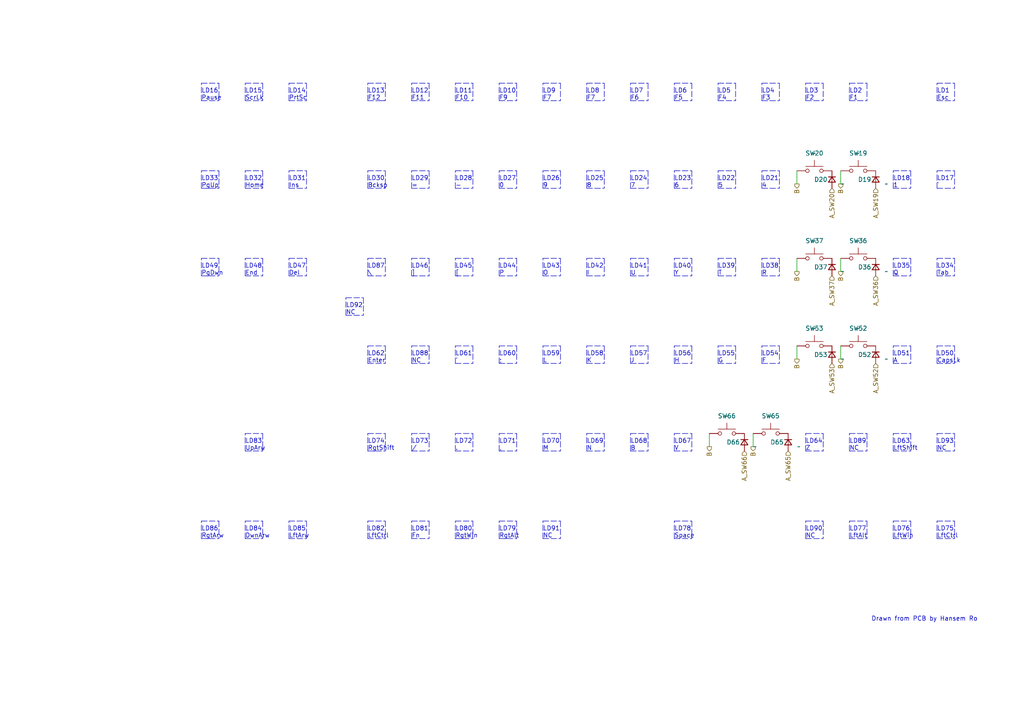
<source format=kicad_sch>
(kicad_sch (version 20211123) (generator eeschema)
  (paper "A4")
  (lib_symbols
    (symbol "Device:D_Small" (pin_numbers hide) (pin_names (offset 0.254) hide)
      (property "Reference" "D" (at -1.27 2.032 0))
      (property "Value" "D_Small" (at -3.81 -2.032 0))
      (symbol "D_Small_0_1"
        (polyline (pts (xy -0.762 -1.016) (xy -0.762 1.016)) (stroke (width 0.254)))
        (polyline (pts (xy -0.762 0) (xy 0.762 0)))
        (polyline (pts (xy 0.762 -1.016) (xy -0.762 0) (xy 0.762 1.016) (xy 0.762 -1.016)) (stroke (width 0.254)))
      )
      (symbol "D_Small_1_1"
        (pin passive line (at -2.54 0 0) (length 1.778) (name "K") (number "1"))
        (pin passive line (at 2.54 0 180) (length 1.778) (name "A") (number "2"))
      )
    )
    (symbol "Switch:SW_Push" (pin_numbers hide) (pin_names (offset 1.016) hide)
      (property "Reference" "SW" (at 1.27 2.54 0))
      (property "Value" "SW_Push" (at 0 -1.524 0))
      (symbol "SW_Push_0_1"
        (circle (center -2.032 0) (radius 0.508))
        (polyline (pts (xy 0 1.27) (xy 0 3.048)))
        (polyline (pts (xy 2.54 1.27) (xy -2.54 1.27)))
        (circle (center 2.032 0) (radius 0.508))
        (pin passive line (at -5.08 0 0) (length 2.54) (name "1") (number "1"))
        (pin passive line (at 5.08 0 180) (length 2.54) (name "2") (number "2"))
      )
    )
  )
  (polyline (pts (xy 119.38 156.21) (xy 124.46 156.21)))
  (polyline (pts (xy 276.86 151.13) (xy 276.86 156.21)))
  (polyline (pts (xy 271.78 151.13) (xy 276.86 151.13)))
  (polyline (pts (xy 259.08 49.53) (xy 264.16 49.53)))
  (polyline (pts (xy 220.98 24.13) (xy 226.06 24.13)))
  (polyline (pts (xy 226.06 49.53) (xy 226.06 54.61)))
  (polyline (pts (xy 187.96 100.33) (xy 187.96 105.41)))
  (polyline (pts (xy 271.78 80.01) (xy 276.86 80.01)))
  (polyline (pts (xy 157.48 151.13) (xy 162.56 151.13)))
  (polyline (pts (xy 83.82 54.61) (xy 83.82 49.53)))
  (polyline (pts (xy 170.18 130.81) (xy 175.26 130.81)))
  (polyline (pts (xy 175.26 49.53) (xy 175.26 54.61)))
  (polyline (pts (xy 259.08 105.41) (xy 264.16 105.41)))
  (polyline (pts (xy 264.16 151.13) (xy 264.16 156.21)))
  (polyline (pts (xy 106.68 125.73) (xy 111.76 125.73)))
  (polyline (pts (xy 119.38 80.01) (xy 124.46 80.01)))
  (polyline (pts (xy 259.08 80.01) (xy 264.16 80.01)))
  (polyline (pts (xy 271.78 80.01) (xy 271.78 74.93)))
  (polyline (pts (xy 106.68 105.41) (xy 111.76 105.41)))
  (wire (pts (xy 243.84 100.33) (xy 243.84 104.14)))
  (polyline (pts (xy 132.08 100.33) (xy 137.16 100.33)))
  (polyline (pts (xy 157.48 54.61) (xy 157.48 49.53)))
  (polyline (pts (xy 195.58 125.73) (xy 200.66 125.73)))
  (polyline (pts (xy 200.66 49.53) (xy 200.66 54.61)))
  (polyline (pts (xy 137.16 24.13) (xy 137.16 29.21)))
  (polyline (pts (xy 195.58 80.01) (xy 195.58 74.93)))
  (polyline (pts (xy 195.58 105.41) (xy 200.66 105.41)))
  (polyline (pts (xy 119.38 151.13) (xy 124.46 151.13)))
  (polyline (pts (xy 208.28 105.41) (xy 213.36 105.41)))
  (polyline (pts (xy 170.18 29.21) (xy 170.18 24.13)))
  (polyline (pts (xy 157.48 24.13) (xy 162.56 24.13)))
  (polyline (pts (xy 132.08 24.13) (xy 137.16 24.13)))
  (polyline (pts (xy 220.98 49.53) (xy 226.06 49.53)))
  (polyline (pts (xy 144.78 130.81) (xy 149.86 130.81)))
  (polyline (pts (xy 195.58 54.61) (xy 195.58 49.53)))
  (polyline (pts (xy 170.18 29.21) (xy 175.26 29.21)))
  (polyline (pts (xy 195.58 130.81) (xy 195.58 125.73)))
  (polyline (pts (xy 132.08 105.41) (xy 137.16 105.41)))
  (polyline (pts (xy 182.88 54.61) (xy 182.88 49.53)))
  (polyline (pts (xy 170.18 105.41) (xy 175.26 105.41)))
  (polyline (pts (xy 182.88 105.41) (xy 187.96 105.41)))
  (polyline (pts (xy 144.78 80.01) (xy 149.86 80.01)))
  (polyline (pts (xy 157.48 130.81) (xy 157.48 125.73)))
  (polyline (pts (xy 271.78 24.13) (xy 276.86 24.13)))
  (polyline (pts (xy 88.9 74.93) (xy 88.9 80.01)))
  (polyline (pts (xy 170.18 54.61) (xy 170.18 49.53)))
  (polyline (pts (xy 149.86 49.53) (xy 149.86 54.61)))
  (polyline (pts (xy 251.46 125.73) (xy 251.46 130.81)))
  (polyline (pts (xy 233.68 151.13) (xy 238.76 151.13)))
  (polyline (pts (xy 106.68 54.61) (xy 106.68 49.53)))
  (polyline (pts (xy 271.78 105.41) (xy 276.86 105.41)))
  (polyline (pts (xy 195.58 130.81) (xy 200.66 130.81)))
  (polyline (pts (xy 132.08 74.93) (xy 137.16 74.93)))
  (polyline (pts (xy 208.28 29.21) (xy 213.36 29.21)))
  (polyline (pts (xy 144.78 80.01) (xy 144.78 74.93)))
  (polyline (pts (xy 106.68 29.21) (xy 106.68 24.13)))
  (polyline (pts (xy 276.86 24.13) (xy 276.86 29.21)))
  (polyline (pts (xy 88.9 24.13) (xy 88.9 29.21)))
  (polyline (pts (xy 233.68 29.21) (xy 238.76 29.21)))
  (polyline (pts (xy 58.42 29.21) (xy 63.5 29.21)))
  (polyline (pts (xy 58.42 151.13) (xy 63.5 151.13)))
  (polyline (pts (xy 208.28 24.13) (xy 213.36 24.13)))
  (polyline (pts (xy 76.2 125.73) (xy 76.2 130.81)))
  (polyline (pts (xy 137.16 74.93) (xy 137.16 80.01)))
  (wire (pts (xy 205.74 125.73) (xy 205.74 129.54)))
  (polyline (pts (xy 71.12 54.61) (xy 76.2 54.61)))
  (polyline (pts (xy 213.36 49.53) (xy 213.36 54.61)))
  (polyline (pts (xy 259.08 130.81) (xy 259.08 125.73)))
  (polyline (pts (xy 220.98 105.41) (xy 220.98 100.33)))
  (polyline (pts (xy 124.46 125.73) (xy 124.46 130.81)))
  (polyline (pts (xy 106.68 80.01) (xy 106.68 74.93)))
  (polyline (pts (xy 124.46 74.93) (xy 124.46 80.01)))
  (polyline (pts (xy 105.41 86.36) (xy 105.41 91.44)))
  (polyline (pts (xy 259.08 156.21) (xy 259.08 151.13)))
  (polyline (pts (xy 200.66 125.73) (xy 200.66 130.81)))
  (wire (pts (xy 218.44 125.73) (xy 218.44 129.54)))
  (polyline (pts (xy 88.9 49.53) (xy 88.9 54.61)))
  (polyline (pts (xy 238.76 151.13) (xy 238.76 156.21)))
  (wire (pts (xy 231.14 74.93) (xy 231.14 78.74)))
  (polyline (pts (xy 157.48 105.41) (xy 162.56 105.41)))
  (polyline (pts (xy 246.38 29.21) (xy 251.46 29.21)))
  (polyline (pts (xy 220.98 105.41) (xy 226.06 105.41)))
  (wire (pts (xy 231.14 49.53) (xy 231.14 53.34)))
  (polyline (pts (xy 58.42 24.13) (xy 63.5 24.13)))
  (polyline (pts (xy 100.33 86.36) (xy 105.41 86.36)))
  (polyline (pts (xy 271.78 130.81) (xy 271.78 125.73)))
  (polyline (pts (xy 132.08 130.81) (xy 132.08 125.73)))
  (polyline (pts (xy 111.76 24.13) (xy 111.76 29.21)))
  (polyline (pts (xy 170.18 130.81) (xy 170.18 125.73)))
  (polyline (pts (xy 106.68 80.01) (xy 111.76 80.01)))
  (polyline (pts (xy 144.78 54.61) (xy 149.86 54.61)))
  (polyline (pts (xy 271.78 54.61) (xy 276.86 54.61)))
  (polyline (pts (xy 124.46 24.13) (xy 124.46 29.21)))
  (polyline (pts (xy 124.46 49.53) (xy 124.46 54.61)))
  (polyline (pts (xy 71.12 125.73) (xy 76.2 125.73)))
  (polyline (pts (xy 76.2 74.93) (xy 76.2 80.01)))
  (polyline (pts (xy 157.48 156.21) (xy 162.56 156.21)))
  (polyline (pts (xy 182.88 29.21) (xy 187.96 29.21)))
  (polyline (pts (xy 208.28 49.53) (xy 213.36 49.53)))
  (polyline (pts (xy 162.56 49.53) (xy 162.56 54.61)))
  (polyline (pts (xy 76.2 24.13) (xy 76.2 29.21)))
  (polyline (pts (xy 132.08 54.61) (xy 132.08 49.53)))
  (polyline (pts (xy 144.78 49.53) (xy 149.86 49.53)))
  (polyline (pts (xy 276.86 74.93) (xy 276.86 80.01)))
  (polyline (pts (xy 187.96 74.93) (xy 187.96 80.01)))
  (polyline (pts (xy 132.08 49.53) (xy 137.16 49.53)))
  (polyline (pts (xy 83.82 151.13) (xy 88.9 151.13)))
  (polyline (pts (xy 149.86 74.93) (xy 149.86 80.01)))
  (wire (pts (xy 243.84 74.93) (xy 243.84 78.74)))
  (polyline (pts (xy 200.66 74.93) (xy 200.66 80.01)))
  (polyline (pts (xy 71.12 130.81) (xy 76.2 130.81)))
  (polyline (pts (xy 119.38 100.33) (xy 124.46 100.33)))
  (polyline (pts (xy 111.76 29.21) (xy 110.49 29.21)))
  (polyline (pts (xy 71.12 49.53) (xy 76.2 49.53)))
  (polyline (pts (xy 58.42 74.93) (xy 63.5 74.93)))
  (polyline (pts (xy 71.12 156.21) (xy 76.2 156.21)))
  (polyline (pts (xy 195.58 156.21) (xy 195.58 151.13)))
  (polyline (pts (xy 208.28 74.93) (xy 213.36 74.93)))
  (polyline (pts (xy 246.38 156.21) (xy 246.38 151.13)))
  (polyline (pts (xy 170.18 100.33) (xy 175.26 100.33)))
  (polyline (pts (xy 157.48 29.21) (xy 157.48 24.13)))
  (polyline (pts (xy 182.88 74.93) (xy 187.96 74.93)))
  (polyline (pts (xy 83.82 156.21) (xy 88.9 156.21)))
  (polyline (pts (xy 233.68 125.73) (xy 238.76 125.73)))
  (polyline (pts (xy 195.58 74.93) (xy 200.66 74.93)))
  (polyline (pts (xy 106.68 105.41) (xy 106.68 100.33)))
  (polyline (pts (xy 220.98 80.01) (xy 220.98 74.93)))
  (polyline (pts (xy 132.08 29.21) (xy 132.08 24.13)))
  (polyline (pts (xy 111.76 74.93) (xy 111.76 80.01)))
  (polyline (pts (xy 271.78 74.93) (xy 276.86 74.93)))
  (polyline (pts (xy 132.08 130.81) (xy 137.16 130.81)))
  (polyline (pts (xy 195.58 49.53) (xy 200.66 49.53)))
  (polyline (pts (xy 175.26 74.93) (xy 175.26 80.01)))
  (polyline (pts (xy 170.18 80.01) (xy 175.26 80.01)))
  (polyline (pts (xy 71.12 29.21) (xy 71.12 24.13)))
  (polyline (pts (xy 246.38 125.73) (xy 251.46 125.73)))
  (polyline (pts (xy 58.42 29.21) (xy 58.42 24.13)))
  (polyline (pts (xy 106.68 151.13) (xy 111.76 151.13)))
  (polyline (pts (xy 106.68 156.21) (xy 111.76 156.21)))
  (polyline (pts (xy 137.16 151.13) (xy 137.16 156.21)))
  (polyline (pts (xy 157.48 80.01) (xy 162.56 80.01)))
  (polyline (pts (xy 271.78 100.33) (xy 276.86 100.33)))
  (polyline (pts (xy 71.12 54.61) (xy 71.12 49.53)))
  (polyline (pts (xy 208.28 80.01) (xy 208.28 74.93)))
  (polyline (pts (xy 119.38 105.41) (xy 119.38 100.33)))
  (polyline (pts (xy 226.06 100.33) (xy 226.06 105.41)))
  (polyline (pts (xy 83.82 74.93) (xy 88.9 74.93)))
  (polyline (pts (xy 157.48 29.21) (xy 162.56 29.21)))
  (polyline (pts (xy 182.88 130.81) (xy 187.96 130.81)))
  (polyline (pts (xy 238.76 125.73) (xy 238.76 130.81)))
  (polyline (pts (xy 170.18 24.13) (xy 175.26 24.13)))
  (polyline (pts (xy 170.18 54.61) (xy 175.26 54.61)))
  (polyline (pts (xy 200.66 151.13) (xy 200.66 156.21)))
  (polyline (pts (xy 157.48 125.73) (xy 162.56 125.73)))
  (polyline (pts (xy 144.78 29.21) (xy 149.86 29.21)))
  (polyline (pts (xy 271.78 54.61) (xy 271.78 49.53)))
  (polyline (pts (xy 88.9 151.13) (xy 88.9 156.21)))
  (polyline (pts (xy 83.82 54.61) (xy 88.9 54.61)))
  (polyline (pts (xy 170.18 125.73) (xy 175.26 125.73)))
  (polyline (pts (xy 271.78 156.21) (xy 271.78 151.13)))
  (polyline (pts (xy 58.42 49.53) (xy 63.5 49.53)))
  (polyline (pts (xy 271.78 29.21) (xy 276.86 29.21)))
  (polyline (pts (xy 106.68 130.81) (xy 111.76 130.81)))
  (polyline (pts (xy 63.5 151.13) (xy 63.5 156.21)))
  (polyline (pts (xy 246.38 130.81) (xy 246.38 125.73)))
  (polyline (pts (xy 71.12 29.21) (xy 76.2 29.21)))
  (polyline (pts (xy 246.38 130.81) (xy 251.46 130.81)))
  (polyline (pts (xy 200.66 100.33) (xy 200.66 105.41)))
  (polyline (pts (xy 187.96 125.73) (xy 187.96 130.81)))
  (polyline (pts (xy 271.78 130.81) (xy 276.86 130.81)))
  (polyline (pts (xy 233.68 156.21) (xy 233.68 151.13)))
  (polyline (pts (xy 220.98 54.61) (xy 220.98 49.53)))
  (polyline (pts (xy 162.56 151.13) (xy 162.56 156.21)))
  (polyline (pts (xy 63.5 74.93) (xy 63.5 80.01)))
  (polyline (pts (xy 182.88 125.73) (xy 187.96 125.73)))
  (polyline (pts (xy 271.78 29.21) (xy 271.78 24.13)))
  (polyline (pts (xy 132.08 151.13) (xy 137.16 151.13)))
  (polyline (pts (xy 149.86 24.13) (xy 149.86 29.21)))
  (polyline (pts (xy 124.46 151.13) (xy 124.46 156.21)))
  (polyline (pts (xy 58.42 80.01) (xy 58.42 74.93)))
  (polyline (pts (xy 182.88 49.53) (xy 187.96 49.53)))
  (polyline (pts (xy 187.96 24.13) (xy 187.96 29.21)))
  (polyline (pts (xy 200.66 24.13) (xy 200.66 29.21)))
  (polyline (pts (xy 58.42 54.61) (xy 58.42 49.53)))
  (polyline (pts (xy 157.48 49.53) (xy 162.56 49.53)))
  (polyline (pts (xy 195.58 156.21) (xy 200.66 156.21)))
  (polyline (pts (xy 220.98 74.93) (xy 226.06 74.93)))
  (polyline (pts (xy 83.82 80.01) (xy 88.9 80.01)))
  (polyline (pts (xy 195.58 54.61) (xy 200.66 54.61)))
  (polyline (pts (xy 137.16 100.33) (xy 137.16 105.41)))
  (polyline (pts (xy 106.68 156.21) (xy 106.68 151.13)))
  (polyline (pts (xy 58.42 156.21) (xy 63.5 156.21)))
  (polyline (pts (xy 259.08 125.73) (xy 264.16 125.73)))
  (polyline (pts (xy 132.08 80.01) (xy 137.16 80.01)))
  (polyline (pts (xy 182.88 54.61) (xy 187.96 54.61)))
  (polyline (pts (xy 71.12 24.13) (xy 76.2 24.13)))
  (polyline (pts (xy 157.48 54.61) (xy 162.56 54.61)))
  (polyline (pts (xy 162.56 74.93) (xy 162.56 80.01)))
  (polyline (pts (xy 124.46 100.33) (xy 124.46 105.41)))
  (polyline (pts (xy 63.5 24.13) (xy 63.5 29.21)))
  (polyline (pts (xy 220.98 29.21) (xy 220.98 24.13)))
  (polyline (pts (xy 182.88 80.01) (xy 187.96 80.01)))
  (polyline (pts (xy 157.48 100.33) (xy 162.56 100.33)))
  (polyline (pts (xy 182.88 100.33) (xy 187.96 100.33)))
  (polyline (pts (xy 195.58 100.33) (xy 200.66 100.33)))
  (polyline (pts (xy 182.88 24.13) (xy 187.96 24.13)))
  (polyline (pts (xy 162.56 125.73) (xy 162.56 130.81)))
  (polyline (pts (xy 264.16 100.33) (xy 264.16 105.41)))
  (polyline (pts (xy 106.68 74.93) (xy 111.76 74.93)))
  (polyline (pts (xy 144.78 156.21) (xy 144.78 151.13)))
  (polyline (pts (xy 233.68 29.21) (xy 233.68 24.13)))
  (polyline (pts (xy 71.12 80.01) (xy 71.12 74.93)))
  (polyline (pts (xy 106.68 49.53) (xy 111.76 49.53)))
  (polyline (pts (xy 271.78 105.41) (xy 271.78 100.33)))
  (polyline (pts (xy 264.16 74.93) (xy 264.16 80.01)))
  (polyline (pts (xy 106.68 29.21) (xy 111.76 29.21)))
  (polyline (pts (xy 144.78 130.81) (xy 144.78 125.73)))
  (polyline (pts (xy 106.68 54.61) (xy 111.76 54.61)))
  (polyline (pts (xy 76.2 49.53) (xy 76.2 54.61)))
  (polyline (pts (xy 233.68 130.81) (xy 233.68 125.73)))
  (polyline (pts (xy 132.08 156.21) (xy 132.08 151.13)))
  (polyline (pts (xy 238.76 24.13) (xy 238.76 29.21)))
  (polyline (pts (xy 58.42 54.61) (xy 63.5 54.61)))
  (polyline (pts (xy 144.78 156.21) (xy 149.86 156.21)))
  (polyline (pts (xy 119.38 24.13) (xy 124.46 24.13)))
  (polyline (pts (xy 259.08 130.81) (xy 264.16 130.81)))
  (polyline (pts (xy 195.58 24.13) (xy 200.66 24.13)))
  (polyline (pts (xy 271.78 156.21) (xy 276.86 156.21)))
  (polyline (pts (xy 144.78 24.13) (xy 149.86 24.13)))
  (polyline (pts (xy 259.08 151.13) (xy 264.16 151.13)))
  (polyline (pts (xy 220.98 80.01) (xy 226.06 80.01)))
  (polyline (pts (xy 76.2 151.13) (xy 76.2 156.21)))
  (polyline (pts (xy 259.08 54.61) (xy 264.16 54.61)))
  (polyline (pts (xy 182.88 29.21) (xy 182.88 24.13)))
  (wire (pts (xy 231.14 100.33) (xy 231.14 104.14)))
  (polyline (pts (xy 144.78 54.61) (xy 144.78 49.53)))
  (polyline (pts (xy 220.98 100.33) (xy 226.06 100.33)))
  (polyline (pts (xy 157.48 74.93) (xy 162.56 74.93)))
  (polyline (pts (xy 195.58 80.01) (xy 200.66 80.01)))
  (polyline (pts (xy 119.38 29.21) (xy 119.38 24.13)))
  (polyline (pts (xy 119.38 54.61) (xy 124.46 54.61)))
  (polyline (pts (xy 137.16 125.73) (xy 137.16 130.81)))
  (polyline (pts (xy 246.38 156.21) (xy 251.46 156.21)))
  (polyline (pts (xy 119.38 54.61) (xy 119.38 49.53)))
  (polyline (pts (xy 83.82 156.21) (xy 83.82 151.13)))
  (polyline (pts (xy 195.58 29.21) (xy 200.66 29.21)))
  (polyline (pts (xy 111.76 100.33) (xy 111.76 105.41)))
  (polyline (pts (xy 157.48 80.01) (xy 157.48 74.93)))
  (polyline (pts (xy 83.82 49.53) (xy 88.9 49.53)))
  (polyline (pts (xy 233.68 24.13) (xy 238.76 24.13)))
  (polyline (pts (xy 111.76 49.53) (xy 111.76 54.61)))
  (polyline (pts (xy 246.38 151.13) (xy 251.46 151.13)))
  (polyline (pts (xy 259.08 80.01) (xy 259.08 74.93)))
  (polyline (pts (xy 58.42 80.01) (xy 63.5 80.01)))
  (polyline (pts (xy 132.08 156.21) (xy 137.16 156.21)))
  (polyline (pts (xy 162.56 100.33) (xy 162.56 105.41)))
  (polyline (pts (xy 144.78 100.33) (xy 149.86 100.33)))
  (polyline (pts (xy 213.36 24.13) (xy 213.36 29.21)))
  (polyline (pts (xy 175.26 100.33) (xy 175.26 105.41)))
  (polyline (pts (xy 144.78 105.41) (xy 149.86 105.41)))
  (polyline (pts (xy 119.38 74.93) (xy 124.46 74.93)))
  (polyline (pts (xy 144.78 125.73) (xy 149.86 125.73)))
  (polyline (pts (xy 182.88 80.01) (xy 182.88 74.93)))
  (polyline (pts (xy 246.38 24.13) (xy 251.46 24.13)))
  (polyline (pts (xy 276.86 100.33) (xy 276.86 105.41)))
  (polyline (pts (xy 213.36 100.33) (xy 213.36 105.41)))
  (polyline (pts (xy 149.86 151.13) (xy 149.86 156.21)))
  (polyline (pts (xy 170.18 80.01) (xy 170.18 74.93)))
  (polyline (pts (xy 119.38 156.21) (xy 119.38 151.13)))
  (polyline (pts (xy 271.78 125.73) (xy 276.86 125.73)))
  (polyline (pts (xy 208.28 54.61) (xy 213.36 54.61)))
  (polyline (pts (xy 83.82 29.21) (xy 83.82 24.13)))
  (polyline (pts (xy 157.48 130.81) (xy 162.56 130.81)))
  (polyline (pts (xy 195.58 151.13) (xy 200.66 151.13)))
  (polyline (pts (xy 175.26 125.73) (xy 175.26 130.81)))
  (polyline (pts (xy 71.12 151.13) (xy 76.2 151.13)))
  (polyline (pts (xy 182.88 130.81) (xy 182.88 125.73)))
  (polyline (pts (xy 220.98 29.21) (xy 226.06 29.21)))
  (polyline (pts (xy 132.08 54.61) (xy 137.16 54.61)))
  (polyline (pts (xy 170.18 74.93) (xy 175.26 74.93)))
  (polyline (pts (xy 144.78 105.41) (xy 144.78 100.33)))
  (polyline (pts (xy 119.38 29.21) (xy 124.46 29.21)))
  (polyline (pts (xy 132.08 125.73) (xy 137.16 125.73)))
  (polyline (pts (xy 259.08 100.33) (xy 264.16 100.33)))
  (polyline (pts (xy 106.68 100.33) (xy 111.76 100.33)))
  (polyline (pts (xy 144.78 151.13) (xy 149.86 151.13)))
  (polyline (pts (xy 119.38 130.81) (xy 124.46 130.81)))
  (polyline (pts (xy 119.38 125.73) (xy 124.46 125.73)))
  (polyline (pts (xy 111.76 151.13) (xy 111.76 156.21)))
  (polyline (pts (xy 233.68 130.81) (xy 238.76 130.81)))
  (polyline (pts (xy 208.28 29.21) (xy 208.28 24.13)))
  (polyline (pts (xy 259.08 54.61) (xy 259.08 49.53)))
  (polyline (pts (xy 157.48 156.21) (xy 157.48 151.13)))
  (polyline (pts (xy 251.46 24.13) (xy 251.46 29.21)))
  (polyline (pts (xy 187.96 49.53) (xy 187.96 54.61)))
  (polyline (pts (xy 246.38 29.21) (xy 246.38 24.13)))
  (polyline (pts (xy 132.08 105.41) (xy 132.08 100.33)))
  (polyline (pts (xy 119.38 49.53) (xy 124.46 49.53)))
  (polyline (pts (xy 71.12 156.21) (xy 71.12 151.13)))
  (polyline (pts (xy 226.06 24.13) (xy 226.06 29.21)))
  (polyline (pts (xy 259.08 156.21) (xy 264.16 156.21)))
  (polyline (pts (xy 119.38 105.41) (xy 124.46 105.41)))
  (polyline (pts (xy 264.16 125.73) (xy 264.16 130.81)))
  (polyline (pts (xy 208.28 100.33) (xy 213.36 100.33)))
  (polyline (pts (xy 71.12 74.93) (xy 76.2 74.93)))
  (polyline (pts (xy 251.46 151.13) (xy 251.46 156.21)))
  (polyline (pts (xy 71.12 130.81) (xy 71.12 125.73)))
  (polyline (pts (xy 83.82 80.01) (xy 83.82 74.93)))
  (polyline (pts (xy 119.38 80.01) (xy 119.38 74.93)))
  (polyline (pts (xy 276.86 49.53) (xy 276.86 54.61)))
  (polyline (pts (xy 119.38 130.81) (xy 119.38 125.73)))
  (polyline (pts (xy 132.08 80.01) (xy 132.08 74.93)))
  (polyline (pts (xy 195.58 105.41) (xy 195.58 100.33)))
  (polyline (pts (xy 259.08 74.93) (xy 264.16 74.93)))
  (polyline (pts (xy 83.82 29.21) (xy 88.9 29.21)))
  (polyline (pts (xy 100.33 91.44) (xy 100.33 86.36)))
  (polyline (pts (xy 58.42 156.21) (xy 58.42 151.13)))
  (polyline (pts (xy 106.68 130.81) (xy 106.68 125.73)))
  (polyline (pts (xy 157.48 105.41) (xy 157.48 100.33)))
  (polyline (pts (xy 233.68 156.21) (xy 238.76 156.21)))
  (polyline (pts (xy 175.26 24.13) (xy 175.26 29.21)))
  (polyline (pts (xy 220.98 54.61) (xy 226.06 54.61)))
  (polyline (pts (xy 208.28 80.01) (xy 213.36 80.01)))
  (wire (pts (xy 243.84 49.53) (xy 243.84 53.34)))
  (polyline (pts (xy 195.58 29.21) (xy 195.58 24.13)))
  (polyline (pts (xy 149.86 125.73) (xy 149.86 130.81)))
  (polyline (pts (xy 208.28 54.61) (xy 208.28 49.53)))
  (polyline (pts (xy 271.78 49.53) (xy 276.86 49.53)))
  (polyline (pts (xy 83.82 24.13) (xy 88.9 24.13)))
  (polyline (pts (xy 149.86 100.33) (xy 149.86 105.41)))
  (polyline (pts (xy 170.18 105.41) (xy 170.18 100.33)))
  (polyline (pts (xy 63.5 49.53) (xy 63.5 54.61)))
  (polyline (pts (xy 226.06 74.93) (xy 226.06 80.01)))
  (polyline (pts (xy 100.33 91.44) (xy 105.41 91.44)))
  (polyline (pts (xy 111.76 125.73) (xy 111.76 130.81)))
  (polyline (pts (xy 162.56 24.13) (xy 162.56 29.21)))
  (polyline (pts (xy 137.16 49.53) (xy 137.16 54.61)))
  (polyline (pts (xy 144.78 29.21) (xy 144.78 24.13)))
  (polyline (pts (xy 259.08 105.41) (xy 259.08 100.33)))
  (polyline (pts (xy 106.68 24.13) (xy 111.76 24.13)))
  (polyline (pts (xy 170.18 49.53) (xy 175.26 49.53)))
  (polyline (pts (xy 182.88 105.41) (xy 182.88 100.33)))
  (polyline (pts (xy 276.86 125.73) (xy 276.86 130.81)))
  (polyline (pts (xy 132.08 29.21) (xy 137.16 29.21)))
  (polyline (pts (xy 264.16 49.53) (xy 264.16 54.61)))
  (polyline (pts (xy 144.78 74.93) (xy 149.86 74.93)))
  (polyline (pts (xy 213.36 74.93) (xy 213.36 80.01)))
  (polyline (pts (xy 71.12 80.01) (xy 76.2 80.01)))
  (polyline (pts (xy 208.28 105.41) (xy 208.28 100.33)))
  (text "LD31\nIns" (at 83.82 54.61 0) (effects (font (size 1.27 1.27)) (justify left bottom)))
  (text "LD13\nF12" (at 106.68 29.21 0) (effects (font (size 1.27 1.27)) (justify left bottom)))
  (text "LD67\nV" (at 195.58 130.81 0) (effects (font (size 1.27 1.27)) (justify left bottom)))
  (text "LD73\n/" (at 119.38 130.81 0) (effects (font (size 1.27 1.27)) (justify left bottom)))
  (text "LD55\nG" (at 208.28 105.41 0) (effects (font (size 1.27 1.27)) (justify left bottom)))
  (text "LD88\nNC" (at 119.38 105.41 0) (effects (font (size 1.27 1.27)) (justify left bottom)))
  (text "LD32\nHome" (at 71.12 54.61 0) (effects (font (size 1.27 1.27)) (justify left bottom)))
  (text "LD54\nF" (at 220.98 105.41 0) (effects (font (size 1.27 1.27)) (justify left bottom)))
  (text "LD10\nF9" (at 144.78 29.21 0) (effects (font (size 1.27 1.27)) (justify left bottom)))
  (text "LD64\nZ" (at 233.68 130.81 0) (effects (font (size 1.27 1.27)) (justify left bottom)))
  (text "LD87\n\\" (at 106.68 80.01 0) (effects (font (size 1.27 1.27)) (justify left bottom)))
  (text "LD27\n0" (at 144.78 54.61 0) (effects (font (size 1.27 1.27)) (justify left bottom)))
  (text "LD56\nH" (at 195.58 105.41 0) (effects (font (size 1.27 1.27)) (justify left bottom)))
  (text "LD11\nF10" (at 132.08 29.21 0) (effects (font (size 1.27 1.27)) (justify left bottom)))
  (text "LD58\nK" (at 170.18 105.41 0) (effects (font (size 1.27 1.27)) (justify left bottom)))
  (text "LD60\n;" (at 144.78 105.41 0) (effects (font (size 1.27 1.27)) (justify left bottom)))
  (text "LD79\nRgtAlt" (at 144.78 156.21 0) (effects (font (size 1.27 1.27)) (justify left bottom)))
  (text "LD30\nBcksp" (at 106.68 54.61 0) (effects (font (size 1.27 1.27)) (justify left bottom)))
  (text "LD24\n7" (at 182.88 54.61 0) (effects (font (size 1.27 1.27)) (justify left bottom)))
  (text "LD51\nA" (at 259.08 105.41 0) (effects (font (size 1.27 1.27)) (justify left bottom)))
  (text "LD35\nQ" (at 259.08 80.01 0) (effects (font (size 1.27 1.27)) (justify left bottom)))
  (text "LD72\n." (at 132.08 130.81 0) (effects (font (size 1.27 1.27)) (justify left bottom)))
  (text "LD4\nF3" (at 220.98 29.21 0) (effects (font (size 1.27 1.27)) (justify left bottom)))
  (text "LD15\nScrLk" (at 71.12 29.21 0) (effects (font (size 1.27 1.27)) (justify left bottom)))
  (text "LD59\nL" (at 157.48 105.41 0) (effects (font (size 1.27 1.27)) (justify left bottom)))
  (text "LD57\nJ" (at 182.88 105.41 0) (effects (font (size 1.27 1.27)) (justify left bottom)))
  (text "LD40\nY" (at 195.58 80.01 0) (effects (font (size 1.27 1.27)) (justify left bottom)))
  (text "LD74\nRgtShift" (at 106.68 130.81 0) (effects (font (size 1.27 1.27)) (justify left bottom)))
  (text "LD6\nF5" (at 195.58 29.21 0) (effects (font (size 1.27 1.27)) (justify left bottom)))
  (text "LD80\nRgtWin" (at 132.08 156.21 0) (effects (font (size 1.27 1.27)) (justify left bottom)))
  (text "LD50\nCapsLk" (at 271.78 105.41 0) (effects (font (size 1.27 1.27)) (justify left bottom)))
  (text "LD70\nM" (at 157.48 130.81 0) (effects (font (size 1.27 1.27)) (justify left bottom)))
  (text "LD38\nR" (at 220.98 80.01 0) (effects (font (size 1.27 1.27)) (justify left bottom)))
  (text "LD7\nF6" (at 182.88 29.21 0) (effects (font (size 1.27 1.27)) (justify left bottom)))
  (text "LD9\nF7" (at 157.48 29.21 0) (effects (font (size 1.27 1.27)) (justify left bottom)))
  (text "LD84\nDwnArw" (at 71.12 156.21 0) (effects (font (size 1.27 1.27)) (justify left bottom)))
  (text "LD17\n`" (at 271.78 54.61 0) (effects (font (size 1.27 1.27)) (justify left bottom)))
  (text "LD41\nU" (at 182.88 80.01 0) (effects (font (size 1.27 1.27)) (justify left bottom)))
  (text "LD68\nB" (at 182.88 130.81 0) (effects (font (size 1.27 1.27)) (justify left bottom)))
  (text "LD63\nLftShift" (at 259.08 130.81 0) (effects (font (size 1.27 1.27)) (justify left bottom)))
  (text "LD90\nNC" (at 233.68 156.21 0) (effects (font (size 1.27 1.27)) (justify left bottom)))
  (text "LD26\n9" (at 157.48 54.61 0) (effects (font (size 1.27 1.27)) (justify left bottom)))
  (text "LD42\nI" (at 170.18 80.01 0) (effects (font (size 1.27 1.27)) (justify left bottom)))
  (text "LD18\n1" (at 259.08 54.61 0) (effects (font (size 1.27 1.27)) (justify left bottom)))
  (text "LD48\nEnd" (at 71.12 80.01 0) (effects (font (size 1.27 1.27)) (justify left bottom)))
  (text "LD12\nF11" (at 119.38 29.21 0) (effects (font (size 1.27 1.27)) (justify left bottom)))
  (text "LD76\nLftWin" (at 259.08 156.21 0) (effects (font (size 1.27 1.27)) (justify left bottom)))
  (text "LD46\n]" (at 119.38 80.01 0) (effects (font (size 1.27 1.27)) (justify left bottom)))
  (text "LD86\nRgtArw" (at 58.42 156.21 0) (effects (font (size 1.27 1.27)) (justify left bottom)))
  (text "LD29\n=" (at 119.38 54.61 0) (effects (font (size 1.27 1.27)) (justify left bottom)))
  (text "LD71\n," (at 144.78 130.81 0) (effects (font (size 1.27 1.27)) (justify left bottom)))
  (text "LD89\nNC" (at 246.38 130.81 0) (effects (font (size 1.27 1.27)) (justify left bottom)))
  (text "LD5\nF4" (at 208.28 29.21 0) (effects (font (size 1.27 1.27)) (justify left bottom)))
  (text "LD49\nPgDwn" (at 58.42 80.01 0) (effects (font (size 1.27 1.27)) (justify left bottom)))
  (text "LD14\nPrtSc" (at 83.82 29.21 0) (effects (font (size 1.27 1.27)) (justify left bottom)))
  (text "LD44\nP" (at 144.78 80.01 0) (effects (font (size 1.27 1.27)) (justify left bottom)))
  (text "LD21\n4" (at 220.98 54.61 0) (effects (font (size 1.27 1.27)) (justify left bottom)))
  (text "LD3\nF2" (at 233.68 29.21 0) (effects (font (size 1.27 1.27)) (justify left bottom)))
  (text "LD69\nN" (at 170.18 130.81 0) (effects (font (size 1.27 1.27)) (justify left bottom)))
  (text "LD82\nLftCtrl" (at 106.68 156.21 0) (effects (font (size 1.27 1.27)) (justify left bottom)))
  (text "LD28\n-" (at 132.08 54.61 0) (effects (font (size 1.27 1.27)) (justify left bottom)))
  (text "LD1\nEsc" (at 271.78 29.21 0) (effects (font (size 1.27 1.27)) (justify left bottom)))
  (text "Drawn from PCB by Hansem Ro" (at 252.73 180.34 0) (effects (font (size 1.27 1.27)) (justify left bottom)))
  (text "LD81\nFn" (at 119.38 156.21 0) (effects (font (size 1.27 1.27)) (justify left bottom)))
  (text "LD39\nT" (at 208.28 80.01 0) (effects (font (size 1.27 1.27)) (justify left bottom)))
  (text "LD45\n[" (at 132.08 80.01 0) (effects (font (size 1.27 1.27)) (justify left bottom)))
  (text "LD93\nNC" (at 271.78 130.81 0) (effects (font (size 1.27 1.27)) (justify left bottom)))
  (text "LD43\nO" (at 157.48 80.01 0) (effects (font (size 1.27 1.27)) (justify left bottom)))
  (text "LD47\nDel" (at 83.82 80.01 0) (effects (font (size 1.27 1.27)) (justify left bottom)))
  (text "LD33\nPgUp" (at 58.42 54.61 0) (effects (font (size 1.27 1.27)) (justify left bottom)))
  (text "LD2\nF1" (at 246.38 29.21 0) (effects (font (size 1.27 1.27)) (justify left bottom)))
  (text "LD91\nNC" (at 157.48 156.21 0) (effects (font (size 1.27 1.27)) (justify left bottom)))
  (text "LD16\nPause" (at 58.42 29.21 0) (effects (font (size 1.27 1.27)) (justify left bottom)))
  (text "LD83\nUpArw" (at 71.12 130.81 0) (effects (font (size 1.27 1.27)) (justify left bottom)))
  (text "LD8\nF7" (at 170.18 29.21 0) (effects (font (size 1.27 1.27)) (justify left bottom)))
  (text "LD61\n'" (at 132.08 105.41 0) (effects (font (size 1.27 1.27)) (justify left bottom)))
  (text "LD85\nLftArw" (at 83.82 156.21 0) (effects (font (size 1.27 1.27)) (justify left bottom)))
  (text "LD25\n8" (at 170.18 54.61 0) (effects (font (size 1.27 1.27)) (justify left bottom)))
  (text "LD78\nSpace" (at 195.58 156.21 0) (effects (font (size 1.27 1.27)) (justify left bottom)))
  (text "LD34\nTab" (at 271.78 80.01 0) (effects (font (size 1.27 1.27)) (justify left bottom)))
  (text "LD75\nLftCtrl" (at 271.78 156.21 0) (effects (font (size 1.27 1.27)) (justify left bottom)))
  (text "LD92\nNC" (at 100.33 91.44 0) (effects (font (size 1.27 1.27)) (justify left bottom)))
  (text "LD23\n6" (at 195.58 54.61 0) (effects (font (size 1.27 1.27)) (justify left bottom)))
  (text "LD22\n5" (at 208.28 54.61 0) (effects (font (size 1.27 1.27)) (justify left bottom)))
  (text "LD77\nLftAlt" (at 246.38 156.21 0) (effects (font (size 1.27 1.27)) (justify left bottom)))
  (text "LD62\nEnter" (at 106.68 105.41 0) (effects (font (size 1.27 1.27)) (justify left bottom)))
  (hierarchical_label "A_SW19" (shape input) (at 254 54.61 270))
  (hierarchical_label "A_SW53" (shape input) (at 241.3 105.41 270))
  (hierarchical_label "A_SW20" (shape input) (at 241.3 54.61 270))
  (hierarchical_label "A_SW36" (shape input) (at 254 80.01 270))
  (hierarchical_label "B" (shape output) (at 243.84 78.74 270))
  (hierarchical_label "B" (shape output) (at 205.74 129.54 270))
  (hierarchical_label "A_SW66" (shape input) (at 215.9 130.81 270))
  (hierarchical_label "A_SW37" (shape input) (at 241.3 80.01 270))
  (hierarchical_label "B" (shape output) (at 231.14 104.14 270))
  (hierarchical_label "B" (shape output) (at 218.44 129.54 270))
  (hierarchical_label "B" (shape output) (at 231.14 53.34 270))
  (hierarchical_label "B" (shape output) (at 243.84 53.34 270))
  (hierarchical_label "A_SW52" (shape input) (at 254 105.41 270))
  (hierarchical_label "B" (shape output) (at 231.14 78.74 270))
  (hierarchical_label "B" (shape output) (at 243.84 104.14 270))
  (hierarchical_label "A_SW65" (shape input) (at 228.6 130.81 270))
  (symbol (lib_id "Switch:SW_Push") (at 236.22 100.33 0) (unit 1)
    (property "Reference" "SW53" (at 236.22 95.25 0))
    (property "Value" "~" (at 236.22 95.25 0))
  )
  (symbol (lib_id "Device:D_Small") (at 254 77.47 270) (unit 1)
    (property "Reference" "D36" (at 252.73 77.47 90) (effects (justify right)))
    (property "Value" "~" (at 256.54 78.7399 90) (effects (justify left)))
  )
  (symbol (lib_id "Device:D_Small") (at 254 102.87 270) (unit 1)
    (property "Reference" "D52" (at 252.73 102.87 90) (effects (justify right)))
    (property "Value" "~" (at 256.54 104.1399 90) (effects (justify left)))
  )
  (symbol (lib_id "Device:D_Small") (at 228.6 128.27 270) (unit 1)
    (property "Reference" "D65" (at 227.33 128.27 90) (effects (justify right)))
    (property "Value" "~" (at 231.14 129.5399 90) (effects (justify left)))
  )
  (symbol (lib_id "Device:D_Small") (at 241.3 52.07 270) (unit 1)
    (property "Reference" "D20" (at 240.03 52.07 90) (effects (justify right)))
    (property "Value" "~" (at 243.84 53.3399 90) (effects (justify left)))
  )
  (symbol (lib_id "Switch:SW_Push") (at 248.92 74.93 0) (unit 1)
    (property "Reference" "SW36" (at 248.92 69.85 0))
    (property "Value" "~" (at 248.92 69.85 0))
  )
  (symbol (lib_id "Switch:SW_Push") (at 236.22 74.93 0) (unit 1)
    (property "Reference" "SW37" (at 236.22 69.85 0))
    (property "Value" "~" (at 236.22 69.85 0))
  )
  (symbol (lib_id "Switch:SW_Push") (at 210.82 125.73 0) (unit 1)
    (property "Reference" "SW66" (at 210.82 120.65 0))
    (property "Value" "~" (at 210.82 120.65 0))
  )
  (symbol (lib_id "Device:D_Small") (at 241.3 77.47 270) (unit 1)
    (property "Reference" "D37" (at 240.03 77.47 90) (effects (justify right)))
    (property "Value" "~" (at 243.84 78.7399 90) (effects (justify left)))
  )
  (symbol (lib_id "Switch:SW_Push") (at 248.92 49.53 0) (unit 1)
    (property "Reference" "SW19" (at 248.92 44.45 0))
    (property "Value" "~" (at 248.92 44.45 0))
  )
  (symbol (lib_id "Device:D_Small") (at 254 52.07 270) (unit 1)
    (property "Reference" "D19" (at 252.73 52.07 90) (effects (justify right)))
    (property "Value" "~" (at 256.54 53.3399 90) (effects (justify left)))
  )
  (symbol (lib_id "Switch:SW_Push") (at 236.22 49.53 0) (unit 1)
    (property "Reference" "SW20" (at 236.22 44.45 0))
    (property "Value" "~" (at 236.22 44.45 0))
  )
  (symbol (lib_id "Device:D_Small") (at 241.3 102.87 270) (unit 1)
    (property "Reference" "D53" (at 240.03 102.87 90) (effects (justify right)))
    (property "Value" "~" (at 243.84 104.1399 90) (effects (justify left)))
  )
  (symbol (lib_id "Switch:SW_Push") (at 248.92 100.33 0) (unit 1)
    (property "Reference" "SW52" (at 248.92 95.25 0))
    (property "Value" "~" (at 248.92 95.25 0))
  )
  (symbol (lib_id "Switch:SW_Push") (at 223.52 125.73 0) (unit 1)
    (property "Reference" "SW65" (at 223.52 120.65 0))
    (property "Value" "~" (at 223.52 120.65 0))
  )
  (symbol (lib_id "Device:D_Small") (at 215.9 128.27 270) (unit 1)
    (property "Reference" "D66" (at 214.63 128.27 90) (effects (justify right)))
    (property "Value" "~" (at 218.44 129.5399 90) (effects (justify left)))
  )
)
</source>
